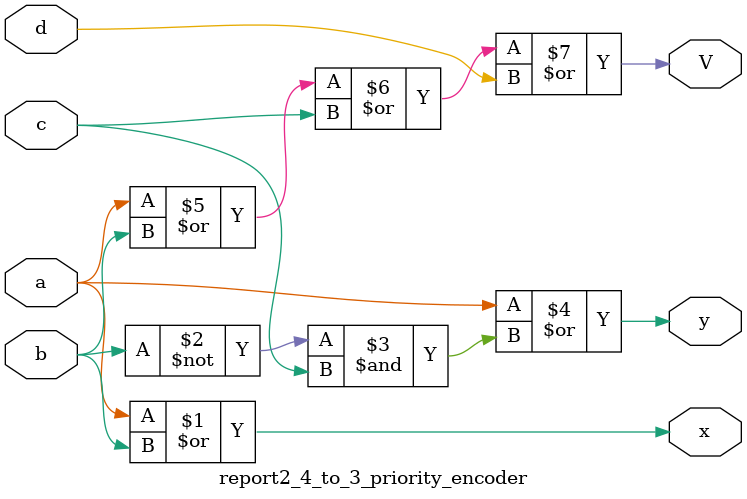
<source format=v>
`timescale 1ns / 1ps


module report2_4_to_3_priority_encoder(a, b, c, d, x, y, V);
input a,b,c,d;
output x, y, V;

assign x = a | b;
assign y = a | ((~b)& c);
assign V = a | b | c | d;

endmodule

</source>
